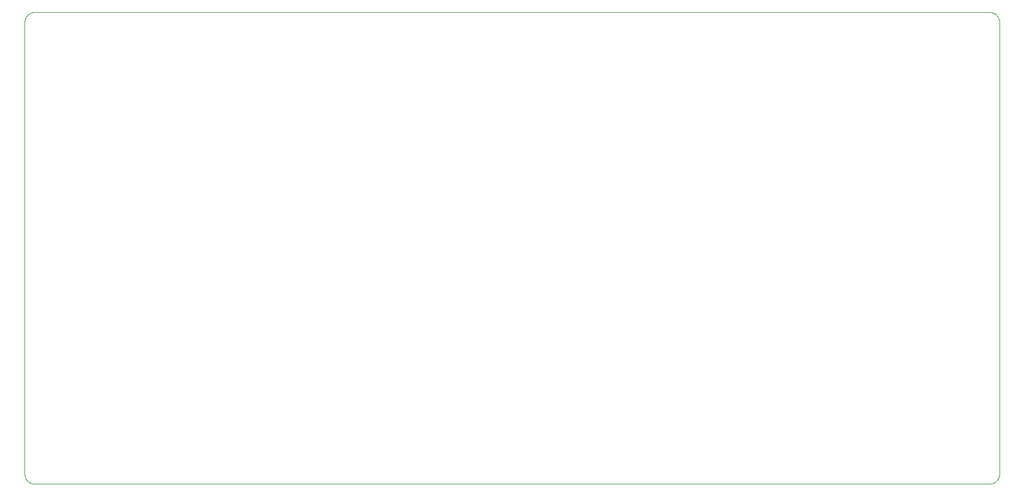
<source format=gko>
G75*
%MOIN*%
%OFA0B0*%
%FSLAX25Y25*%
%IPPOS*%
%LPD*%
%AMOC8*
5,1,8,0,0,1.08239X$1,22.5*
%
%ADD10C,0.00394*%
D10*
X0016261Y0020744D02*
X0562324Y0020744D01*
X0562471Y0020746D01*
X0562617Y0020752D01*
X0562764Y0020762D01*
X0562910Y0020775D01*
X0563056Y0020793D01*
X0563201Y0020814D01*
X0563345Y0020839D01*
X0563489Y0020869D01*
X0563632Y0020901D01*
X0563774Y0020938D01*
X0563915Y0020979D01*
X0564055Y0021023D01*
X0564194Y0021071D01*
X0564331Y0021122D01*
X0564467Y0021178D01*
X0564602Y0021237D01*
X0564734Y0021299D01*
X0564866Y0021365D01*
X0564995Y0021434D01*
X0565122Y0021507D01*
X0565248Y0021583D01*
X0565371Y0021663D01*
X0565492Y0021746D01*
X0565611Y0021831D01*
X0565728Y0021921D01*
X0565842Y0022013D01*
X0565954Y0022108D01*
X0566063Y0022206D01*
X0566169Y0022307D01*
X0566273Y0022411D01*
X0566374Y0022517D01*
X0566472Y0022626D01*
X0566567Y0022738D01*
X0566659Y0022852D01*
X0566749Y0022969D01*
X0566834Y0023088D01*
X0566917Y0023209D01*
X0566997Y0023332D01*
X0567073Y0023458D01*
X0567146Y0023585D01*
X0567215Y0023714D01*
X0567281Y0023846D01*
X0567343Y0023978D01*
X0567402Y0024113D01*
X0567458Y0024249D01*
X0567509Y0024386D01*
X0567557Y0024525D01*
X0567601Y0024665D01*
X0567642Y0024806D01*
X0567679Y0024948D01*
X0567711Y0025091D01*
X0567741Y0025235D01*
X0567766Y0025379D01*
X0567787Y0025524D01*
X0567805Y0025670D01*
X0567818Y0025816D01*
X0567828Y0025963D01*
X0567834Y0026109D01*
X0567836Y0026256D01*
X0567835Y0026256D02*
X0567835Y0284917D01*
X0567836Y0284917D02*
X0567834Y0285064D01*
X0567828Y0285210D01*
X0567818Y0285357D01*
X0567805Y0285503D01*
X0567787Y0285649D01*
X0567766Y0285794D01*
X0567741Y0285938D01*
X0567711Y0286082D01*
X0567679Y0286225D01*
X0567642Y0286367D01*
X0567601Y0286508D01*
X0567557Y0286648D01*
X0567509Y0286787D01*
X0567458Y0286924D01*
X0567402Y0287060D01*
X0567343Y0287195D01*
X0567281Y0287327D01*
X0567215Y0287459D01*
X0567146Y0287588D01*
X0567073Y0287715D01*
X0566997Y0287841D01*
X0566917Y0287964D01*
X0566834Y0288085D01*
X0566749Y0288204D01*
X0566659Y0288321D01*
X0566567Y0288435D01*
X0566472Y0288547D01*
X0566374Y0288656D01*
X0566273Y0288762D01*
X0566169Y0288866D01*
X0566063Y0288967D01*
X0565954Y0289065D01*
X0565842Y0289160D01*
X0565728Y0289252D01*
X0565611Y0289342D01*
X0565492Y0289427D01*
X0565371Y0289510D01*
X0565248Y0289590D01*
X0565122Y0289666D01*
X0564995Y0289739D01*
X0564866Y0289808D01*
X0564734Y0289874D01*
X0564602Y0289936D01*
X0564467Y0289995D01*
X0564331Y0290051D01*
X0564194Y0290102D01*
X0564055Y0290150D01*
X0563915Y0290194D01*
X0563774Y0290235D01*
X0563632Y0290272D01*
X0563489Y0290304D01*
X0563345Y0290334D01*
X0563201Y0290359D01*
X0563056Y0290380D01*
X0562910Y0290398D01*
X0562764Y0290411D01*
X0562617Y0290421D01*
X0562471Y0290427D01*
X0562324Y0290429D01*
X0016261Y0290429D01*
X0016114Y0290427D01*
X0015968Y0290421D01*
X0015821Y0290411D01*
X0015675Y0290398D01*
X0015529Y0290380D01*
X0015384Y0290359D01*
X0015240Y0290334D01*
X0015096Y0290304D01*
X0014953Y0290272D01*
X0014811Y0290235D01*
X0014670Y0290194D01*
X0014530Y0290150D01*
X0014391Y0290102D01*
X0014254Y0290051D01*
X0014118Y0289995D01*
X0013983Y0289936D01*
X0013851Y0289874D01*
X0013719Y0289808D01*
X0013590Y0289739D01*
X0013463Y0289666D01*
X0013337Y0289590D01*
X0013214Y0289510D01*
X0013093Y0289427D01*
X0012974Y0289342D01*
X0012857Y0289252D01*
X0012743Y0289160D01*
X0012631Y0289065D01*
X0012522Y0288967D01*
X0012416Y0288866D01*
X0012312Y0288762D01*
X0012211Y0288656D01*
X0012113Y0288547D01*
X0012018Y0288435D01*
X0011926Y0288321D01*
X0011836Y0288204D01*
X0011751Y0288085D01*
X0011668Y0287964D01*
X0011588Y0287841D01*
X0011512Y0287715D01*
X0011439Y0287588D01*
X0011370Y0287459D01*
X0011304Y0287327D01*
X0011242Y0287195D01*
X0011183Y0287060D01*
X0011127Y0286924D01*
X0011076Y0286787D01*
X0011028Y0286648D01*
X0010984Y0286508D01*
X0010943Y0286367D01*
X0010906Y0286225D01*
X0010874Y0286082D01*
X0010844Y0285938D01*
X0010819Y0285794D01*
X0010798Y0285649D01*
X0010780Y0285503D01*
X0010767Y0285357D01*
X0010757Y0285210D01*
X0010751Y0285064D01*
X0010749Y0284917D01*
X0010749Y0026256D01*
X0010751Y0026109D01*
X0010757Y0025963D01*
X0010767Y0025816D01*
X0010780Y0025670D01*
X0010798Y0025524D01*
X0010819Y0025379D01*
X0010844Y0025235D01*
X0010874Y0025091D01*
X0010906Y0024948D01*
X0010943Y0024806D01*
X0010984Y0024665D01*
X0011028Y0024525D01*
X0011076Y0024386D01*
X0011127Y0024249D01*
X0011183Y0024113D01*
X0011242Y0023978D01*
X0011304Y0023846D01*
X0011370Y0023714D01*
X0011439Y0023585D01*
X0011512Y0023458D01*
X0011588Y0023332D01*
X0011668Y0023209D01*
X0011751Y0023088D01*
X0011836Y0022969D01*
X0011926Y0022852D01*
X0012018Y0022738D01*
X0012113Y0022626D01*
X0012211Y0022517D01*
X0012312Y0022411D01*
X0012416Y0022307D01*
X0012522Y0022206D01*
X0012631Y0022108D01*
X0012743Y0022013D01*
X0012857Y0021921D01*
X0012974Y0021831D01*
X0013093Y0021746D01*
X0013214Y0021663D01*
X0013337Y0021583D01*
X0013463Y0021507D01*
X0013590Y0021434D01*
X0013719Y0021365D01*
X0013851Y0021299D01*
X0013983Y0021237D01*
X0014118Y0021178D01*
X0014254Y0021122D01*
X0014391Y0021071D01*
X0014530Y0021023D01*
X0014670Y0020979D01*
X0014811Y0020938D01*
X0014953Y0020901D01*
X0015096Y0020869D01*
X0015240Y0020839D01*
X0015384Y0020814D01*
X0015529Y0020793D01*
X0015675Y0020775D01*
X0015821Y0020762D01*
X0015968Y0020752D01*
X0016114Y0020746D01*
X0016261Y0020744D01*
M02*

</source>
